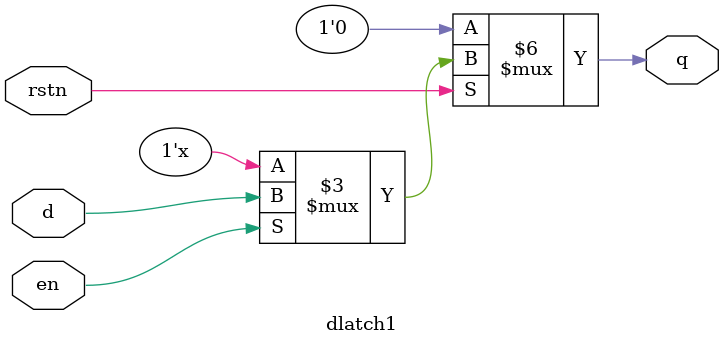
<source format=v>
module dlatch1 (
   input      d   , // 1-bit input pin for data
   input      en  , // 1-bit input pin for enabling the latch
   input      rstn, // 1-bit input pin for active-low reset
   output reg q     // 1-bit output pin for data output
);

   // This always block is "always" triggered whenever en/rstn/d changes
   // If reset is asserted then output will be zero
   // Else as long as enable is high, output q follows input d
   always @ (en or rstn or d)
      if (!rstn)
         q <= 0;
      else
         if (en)
            q <= d;
endmodule
</source>
